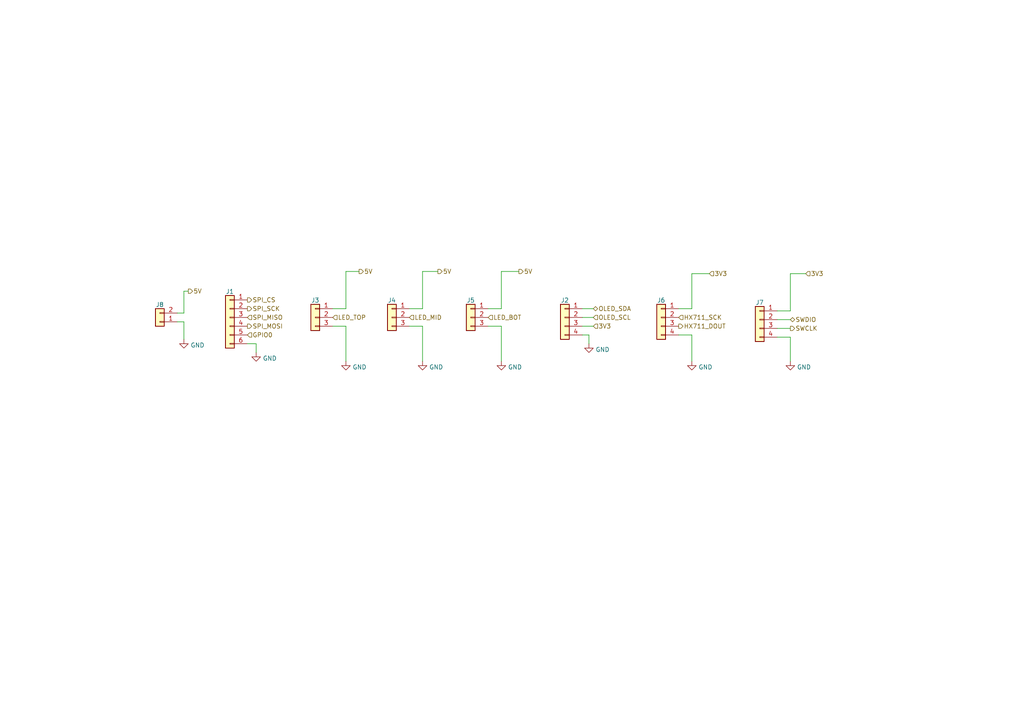
<source format=kicad_sch>
(kicad_sch (version 20211123) (generator eeschema)

  (uuid 4f522173-584a-4a89-9991-b6b468f61284)

  (paper "A4")

  (lib_symbols
    (symbol "Connector_Generic:Conn_01x02" (pin_names (offset 1.016) hide) (in_bom yes) (on_board yes)
      (property "Reference" "J" (id 0) (at 0 2.54 0)
        (effects (font (size 1.27 1.27)))
      )
      (property "Value" "Conn_01x02" (id 1) (at 0 -5.08 0)
        (effects (font (size 1.27 1.27)))
      )
      (property "Footprint" "" (id 2) (at 0 0 0)
        (effects (font (size 1.27 1.27)) hide)
      )
      (property "Datasheet" "~" (id 3) (at 0 0 0)
        (effects (font (size 1.27 1.27)) hide)
      )
      (property "ki_keywords" "connector" (id 4) (at 0 0 0)
        (effects (font (size 1.27 1.27)) hide)
      )
      (property "ki_description" "Generic connector, single row, 01x02, script generated (kicad-library-utils/schlib/autogen/connector/)" (id 5) (at 0 0 0)
        (effects (font (size 1.27 1.27)) hide)
      )
      (property "ki_fp_filters" "Connector*:*_1x??_*" (id 6) (at 0 0 0)
        (effects (font (size 1.27 1.27)) hide)
      )
      (symbol "Conn_01x02_1_1"
        (rectangle (start -1.27 -2.413) (end 0 -2.667)
          (stroke (width 0.1524) (type default) (color 0 0 0 0))
          (fill (type none))
        )
        (rectangle (start -1.27 0.127) (end 0 -0.127)
          (stroke (width 0.1524) (type default) (color 0 0 0 0))
          (fill (type none))
        )
        (rectangle (start -1.27 1.27) (end 1.27 -3.81)
          (stroke (width 0.254) (type default) (color 0 0 0 0))
          (fill (type background))
        )
        (pin passive line (at -5.08 0 0) (length 3.81)
          (name "Pin_1" (effects (font (size 1.27 1.27))))
          (number "1" (effects (font (size 1.27 1.27))))
        )
        (pin passive line (at -5.08 -2.54 0) (length 3.81)
          (name "Pin_2" (effects (font (size 1.27 1.27))))
          (number "2" (effects (font (size 1.27 1.27))))
        )
      )
    )
    (symbol "Connector_Generic:Conn_01x03" (pin_names (offset 1.016) hide) (in_bom yes) (on_board yes)
      (property "Reference" "J" (id 0) (at 0 5.08 0)
        (effects (font (size 1.27 1.27)))
      )
      (property "Value" "Conn_01x03" (id 1) (at 0 -5.08 0)
        (effects (font (size 1.27 1.27)))
      )
      (property "Footprint" "" (id 2) (at 0 0 0)
        (effects (font (size 1.27 1.27)) hide)
      )
      (property "Datasheet" "~" (id 3) (at 0 0 0)
        (effects (font (size 1.27 1.27)) hide)
      )
      (property "ki_keywords" "connector" (id 4) (at 0 0 0)
        (effects (font (size 1.27 1.27)) hide)
      )
      (property "ki_description" "Generic connector, single row, 01x03, script generated (kicad-library-utils/schlib/autogen/connector/)" (id 5) (at 0 0 0)
        (effects (font (size 1.27 1.27)) hide)
      )
      (property "ki_fp_filters" "Connector*:*_1x??_*" (id 6) (at 0 0 0)
        (effects (font (size 1.27 1.27)) hide)
      )
      (symbol "Conn_01x03_1_1"
        (rectangle (start -1.27 -2.413) (end 0 -2.667)
          (stroke (width 0.1524) (type default) (color 0 0 0 0))
          (fill (type none))
        )
        (rectangle (start -1.27 0.127) (end 0 -0.127)
          (stroke (width 0.1524) (type default) (color 0 0 0 0))
          (fill (type none))
        )
        (rectangle (start -1.27 2.667) (end 0 2.413)
          (stroke (width 0.1524) (type default) (color 0 0 0 0))
          (fill (type none))
        )
        (rectangle (start -1.27 3.81) (end 1.27 -3.81)
          (stroke (width 0.254) (type default) (color 0 0 0 0))
          (fill (type background))
        )
        (pin passive line (at -5.08 2.54 0) (length 3.81)
          (name "Pin_1" (effects (font (size 1.27 1.27))))
          (number "1" (effects (font (size 1.27 1.27))))
        )
        (pin passive line (at -5.08 0 0) (length 3.81)
          (name "Pin_2" (effects (font (size 1.27 1.27))))
          (number "2" (effects (font (size 1.27 1.27))))
        )
        (pin passive line (at -5.08 -2.54 0) (length 3.81)
          (name "Pin_3" (effects (font (size 1.27 1.27))))
          (number "3" (effects (font (size 1.27 1.27))))
        )
      )
    )
    (symbol "Connector_Generic:Conn_01x04" (pin_names (offset 1.016) hide) (in_bom yes) (on_board yes)
      (property "Reference" "J" (id 0) (at 0 5.08 0)
        (effects (font (size 1.27 1.27)))
      )
      (property "Value" "Conn_01x04" (id 1) (at 0 -7.62 0)
        (effects (font (size 1.27 1.27)))
      )
      (property "Footprint" "" (id 2) (at 0 0 0)
        (effects (font (size 1.27 1.27)) hide)
      )
      (property "Datasheet" "~" (id 3) (at 0 0 0)
        (effects (font (size 1.27 1.27)) hide)
      )
      (property "ki_keywords" "connector" (id 4) (at 0 0 0)
        (effects (font (size 1.27 1.27)) hide)
      )
      (property "ki_description" "Generic connector, single row, 01x04, script generated (kicad-library-utils/schlib/autogen/connector/)" (id 5) (at 0 0 0)
        (effects (font (size 1.27 1.27)) hide)
      )
      (property "ki_fp_filters" "Connector*:*_1x??_*" (id 6) (at 0 0 0)
        (effects (font (size 1.27 1.27)) hide)
      )
      (symbol "Conn_01x04_1_1"
        (rectangle (start -1.27 -4.953) (end 0 -5.207)
          (stroke (width 0.1524) (type default) (color 0 0 0 0))
          (fill (type none))
        )
        (rectangle (start -1.27 -2.413) (end 0 -2.667)
          (stroke (width 0.1524) (type default) (color 0 0 0 0))
          (fill (type none))
        )
        (rectangle (start -1.27 0.127) (end 0 -0.127)
          (stroke (width 0.1524) (type default) (color 0 0 0 0))
          (fill (type none))
        )
        (rectangle (start -1.27 2.667) (end 0 2.413)
          (stroke (width 0.1524) (type default) (color 0 0 0 0))
          (fill (type none))
        )
        (rectangle (start -1.27 3.81) (end 1.27 -6.35)
          (stroke (width 0.254) (type default) (color 0 0 0 0))
          (fill (type background))
        )
        (pin passive line (at -5.08 2.54 0) (length 3.81)
          (name "Pin_1" (effects (font (size 1.27 1.27))))
          (number "1" (effects (font (size 1.27 1.27))))
        )
        (pin passive line (at -5.08 0 0) (length 3.81)
          (name "Pin_2" (effects (font (size 1.27 1.27))))
          (number "2" (effects (font (size 1.27 1.27))))
        )
        (pin passive line (at -5.08 -2.54 0) (length 3.81)
          (name "Pin_3" (effects (font (size 1.27 1.27))))
          (number "3" (effects (font (size 1.27 1.27))))
        )
        (pin passive line (at -5.08 -5.08 0) (length 3.81)
          (name "Pin_4" (effects (font (size 1.27 1.27))))
          (number "4" (effects (font (size 1.27 1.27))))
        )
      )
    )
    (symbol "Connector_Generic:Conn_01x06" (pin_names (offset 1.016) hide) (in_bom yes) (on_board yes)
      (property "Reference" "J" (id 0) (at 0 7.62 0)
        (effects (font (size 1.27 1.27)))
      )
      (property "Value" "Conn_01x06" (id 1) (at 0 -10.16 0)
        (effects (font (size 1.27 1.27)))
      )
      (property "Footprint" "" (id 2) (at 0 0 0)
        (effects (font (size 1.27 1.27)) hide)
      )
      (property "Datasheet" "~" (id 3) (at 0 0 0)
        (effects (font (size 1.27 1.27)) hide)
      )
      (property "ki_keywords" "connector" (id 4) (at 0 0 0)
        (effects (font (size 1.27 1.27)) hide)
      )
      (property "ki_description" "Generic connector, single row, 01x06, script generated (kicad-library-utils/schlib/autogen/connector/)" (id 5) (at 0 0 0)
        (effects (font (size 1.27 1.27)) hide)
      )
      (property "ki_fp_filters" "Connector*:*_1x??_*" (id 6) (at 0 0 0)
        (effects (font (size 1.27 1.27)) hide)
      )
      (symbol "Conn_01x06_1_1"
        (rectangle (start -1.27 -7.493) (end 0 -7.747)
          (stroke (width 0.1524) (type default) (color 0 0 0 0))
          (fill (type none))
        )
        (rectangle (start -1.27 -4.953) (end 0 -5.207)
          (stroke (width 0.1524) (type default) (color 0 0 0 0))
          (fill (type none))
        )
        (rectangle (start -1.27 -2.413) (end 0 -2.667)
          (stroke (width 0.1524) (type default) (color 0 0 0 0))
          (fill (type none))
        )
        (rectangle (start -1.27 0.127) (end 0 -0.127)
          (stroke (width 0.1524) (type default) (color 0 0 0 0))
          (fill (type none))
        )
        (rectangle (start -1.27 2.667) (end 0 2.413)
          (stroke (width 0.1524) (type default) (color 0 0 0 0))
          (fill (type none))
        )
        (rectangle (start -1.27 5.207) (end 0 4.953)
          (stroke (width 0.1524) (type default) (color 0 0 0 0))
          (fill (type none))
        )
        (rectangle (start -1.27 6.35) (end 1.27 -8.89)
          (stroke (width 0.254) (type default) (color 0 0 0 0))
          (fill (type background))
        )
        (pin passive line (at -5.08 5.08 0) (length 3.81)
          (name "Pin_1" (effects (font (size 1.27 1.27))))
          (number "1" (effects (font (size 1.27 1.27))))
        )
        (pin passive line (at -5.08 2.54 0) (length 3.81)
          (name "Pin_2" (effects (font (size 1.27 1.27))))
          (number "2" (effects (font (size 1.27 1.27))))
        )
        (pin passive line (at -5.08 0 0) (length 3.81)
          (name "Pin_3" (effects (font (size 1.27 1.27))))
          (number "3" (effects (font (size 1.27 1.27))))
        )
        (pin passive line (at -5.08 -2.54 0) (length 3.81)
          (name "Pin_4" (effects (font (size 1.27 1.27))))
          (number "4" (effects (font (size 1.27 1.27))))
        )
        (pin passive line (at -5.08 -5.08 0) (length 3.81)
          (name "Pin_5" (effects (font (size 1.27 1.27))))
          (number "5" (effects (font (size 1.27 1.27))))
        )
        (pin passive line (at -5.08 -7.62 0) (length 3.81)
          (name "Pin_6" (effects (font (size 1.27 1.27))))
          (number "6" (effects (font (size 1.27 1.27))))
        )
      )
    )
    (symbol "power:GND" (power) (pin_names (offset 0)) (in_bom yes) (on_board yes)
      (property "Reference" "#PWR" (id 0) (at 0 -6.35 0)
        (effects (font (size 1.27 1.27)) hide)
      )
      (property "Value" "GND" (id 1) (at 0 -3.81 0)
        (effects (font (size 1.27 1.27)))
      )
      (property "Footprint" "" (id 2) (at 0 0 0)
        (effects (font (size 1.27 1.27)) hide)
      )
      (property "Datasheet" "" (id 3) (at 0 0 0)
        (effects (font (size 1.27 1.27)) hide)
      )
      (property "ki_keywords" "power-flag" (id 4) (at 0 0 0)
        (effects (font (size 1.27 1.27)) hide)
      )
      (property "ki_description" "Power symbol creates a global label with name \"GND\" , ground" (id 5) (at 0 0 0)
        (effects (font (size 1.27 1.27)) hide)
      )
      (symbol "GND_0_1"
        (polyline
          (pts
            (xy 0 0)
            (xy 0 -1.27)
            (xy 1.27 -1.27)
            (xy 0 -2.54)
            (xy -1.27 -1.27)
            (xy 0 -1.27)
          )
          (stroke (width 0) (type default) (color 0 0 0 0))
          (fill (type none))
        )
      )
      (symbol "GND_1_1"
        (pin power_in line (at 0 0 270) (length 0) hide
          (name "GND" (effects (font (size 1.27 1.27))))
          (number "1" (effects (font (size 1.27 1.27))))
        )
      )
    )
  )


  (wire (pts (xy 122.555 94.615) (xy 118.745 94.615))
    (stroke (width 0) (type default) (color 0 0 0 0))
    (uuid 0350be38-253c-43fa-aea3-dfcf66800e6f)
  )
  (wire (pts (xy 225.425 92.71) (xy 229.235 92.71))
    (stroke (width 0) (type default) (color 0 0 0 0))
    (uuid 0653b2df-424e-4095-8e96-a2390a6abdef)
  )
  (wire (pts (xy 100.33 78.74) (xy 104.14 78.74))
    (stroke (width 0) (type default) (color 0 0 0 0))
    (uuid 0e768331-0444-4291-9bad-c4af88fbef7b)
  )
  (wire (pts (xy 74.295 102.235) (xy 74.295 99.695))
    (stroke (width 0) (type default) (color 0 0 0 0))
    (uuid 17332c66-1200-4837-b5b5-435f263ca52b)
  )
  (wire (pts (xy 145.415 94.615) (xy 141.605 94.615))
    (stroke (width 0) (type default) (color 0 0 0 0))
    (uuid 1ae098a9-b662-4f41-af35-3b43b5dc357f)
  )
  (wire (pts (xy 122.555 78.74) (xy 127 78.74))
    (stroke (width 0) (type default) (color 0 0 0 0))
    (uuid 206451c8-98fa-4b3a-a205-d3e90c008a27)
  )
  (wire (pts (xy 170.815 97.155) (xy 168.91 97.155))
    (stroke (width 0) (type default) (color 0 0 0 0))
    (uuid 2af268e2-1fb8-49ed-8dcd-477ec691571f)
  )
  (wire (pts (xy 100.33 78.74) (xy 100.33 89.535))
    (stroke (width 0) (type default) (color 0 0 0 0))
    (uuid 2f421044-2b61-4fa8-8013-2d43089599b1)
  )
  (wire (pts (xy 100.33 94.615) (xy 96.52 94.615))
    (stroke (width 0) (type default) (color 0 0 0 0))
    (uuid 2f7ca45b-e102-4673-817e-ec611ed4f422)
  )
  (wire (pts (xy 51.435 90.805) (xy 53.34 90.805))
    (stroke (width 0) (type default) (color 0 0 0 0))
    (uuid 31f02304-c2eb-434a-aaa1-daae47b0141b)
  )
  (wire (pts (xy 122.555 78.74) (xy 122.555 89.535))
    (stroke (width 0) (type default) (color 0 0 0 0))
    (uuid 352f0410-166a-4adc-898a-32d5da5e68a9)
  )
  (wire (pts (xy 100.33 89.535) (xy 96.52 89.535))
    (stroke (width 0) (type default) (color 0 0 0 0))
    (uuid 40e32c06-acd3-421d-932f-c52b731cc0df)
  )
  (wire (pts (xy 100.33 104.775) (xy 100.33 94.615))
    (stroke (width 0) (type default) (color 0 0 0 0))
    (uuid 49244634-a2ae-4bd0-9e08-0c06f1ac62a0)
  )
  (wire (pts (xy 170.815 99.695) (xy 170.815 97.155))
    (stroke (width 0) (type default) (color 0 0 0 0))
    (uuid 57ddf8e5-9ade-40e7-9de1-014b86a58dad)
  )
  (wire (pts (xy 122.555 104.775) (xy 122.555 94.615))
    (stroke (width 0) (type default) (color 0 0 0 0))
    (uuid 57fac4fa-fb3f-4571-bbb8-4ed25bd8a10e)
  )
  (wire (pts (xy 200.66 104.775) (xy 200.66 97.155))
    (stroke (width 0) (type default) (color 0 0 0 0))
    (uuid 78c86276-7305-4d3b-97f8-ee15f0846ec2)
  )
  (wire (pts (xy 168.91 94.615) (xy 172.085 94.615))
    (stroke (width 0) (type default) (color 0 0 0 0))
    (uuid 7b744e4b-c36d-437b-ad8e-f2dfe1598b6b)
  )
  (wire (pts (xy 200.66 79.375) (xy 200.66 89.535))
    (stroke (width 0) (type default) (color 0 0 0 0))
    (uuid 83002ffb-a422-4295-b83c-adcc221c0bf3)
  )
  (wire (pts (xy 229.235 104.775) (xy 229.235 97.79))
    (stroke (width 0) (type default) (color 0 0 0 0))
    (uuid 896c3880-45a1-4d96-9cdd-e448bffa03bd)
  )
  (wire (pts (xy 53.34 98.425) (xy 53.34 93.345))
    (stroke (width 0) (type default) (color 0 0 0 0))
    (uuid 8b2e0d20-e493-4d8d-9c5d-1de46936e270)
  )
  (wire (pts (xy 122.555 89.535) (xy 118.745 89.535))
    (stroke (width 0) (type default) (color 0 0 0 0))
    (uuid 8c30b928-3bee-49f6-9039-aca118a4b074)
  )
  (wire (pts (xy 145.415 104.775) (xy 145.415 94.615))
    (stroke (width 0) (type default) (color 0 0 0 0))
    (uuid 8e8dfe35-9172-4e0b-b5ca-417b385ff395)
  )
  (wire (pts (xy 225.425 95.25) (xy 229.235 95.25))
    (stroke (width 0) (type default) (color 0 0 0 0))
    (uuid 93749d84-462b-42f8-aa6d-25d3da124ac9)
  )
  (wire (pts (xy 53.34 93.345) (xy 51.435 93.345))
    (stroke (width 0) (type default) (color 0 0 0 0))
    (uuid a29c5ecf-bb15-4c38-af84-0da3dc0e3881)
  )
  (wire (pts (xy 233.68 79.375) (xy 229.235 79.375))
    (stroke (width 0) (type default) (color 0 0 0 0))
    (uuid a5a49009-bb05-468f-a61c-c018061508fd)
  )
  (wire (pts (xy 54.61 84.455) (xy 53.34 84.455))
    (stroke (width 0) (type default) (color 0 0 0 0))
    (uuid a64a04a9-2c48-41ff-bcf5-712024d8db7b)
  )
  (wire (pts (xy 53.34 84.455) (xy 53.34 90.805))
    (stroke (width 0) (type default) (color 0 0 0 0))
    (uuid a6f86ea7-27fa-4e47-884f-72b2c20f10e1)
  )
  (wire (pts (xy 229.235 97.79) (xy 225.425 97.79))
    (stroke (width 0) (type default) (color 0 0 0 0))
    (uuid a738b792-2f9b-49b3-9440-19a50580ab2e)
  )
  (wire (pts (xy 74.295 99.695) (xy 71.755 99.695))
    (stroke (width 0) (type default) (color 0 0 0 0))
    (uuid aa6aa3d9-5770-4ba1-84cb-c4945126afa3)
  )
  (wire (pts (xy 145.415 78.74) (xy 150.495 78.74))
    (stroke (width 0) (type default) (color 0 0 0 0))
    (uuid ac55355f-ed9c-4c92-95cf-4124b08abc78)
  )
  (wire (pts (xy 168.91 92.075) (xy 172.085 92.075))
    (stroke (width 0) (type default) (color 0 0 0 0))
    (uuid b31e9ed3-10c9-4bd7-9b7e-dea54eb9119e)
  )
  (wire (pts (xy 145.415 89.535) (xy 141.605 89.535))
    (stroke (width 0) (type default) (color 0 0 0 0))
    (uuid cb1d607c-d02d-4890-b858-ad8894c5aaff)
  )
  (wire (pts (xy 145.415 78.74) (xy 145.415 89.535))
    (stroke (width 0) (type default) (color 0 0 0 0))
    (uuid d0b29d5f-bc74-4c42-90b3-88babfd3c829)
  )
  (wire (pts (xy 200.66 89.535) (xy 196.85 89.535))
    (stroke (width 0) (type default) (color 0 0 0 0))
    (uuid d8f70bd5-89a9-4624-8d54-b2def6041028)
  )
  (wire (pts (xy 229.235 90.17) (xy 225.425 90.17))
    (stroke (width 0) (type default) (color 0 0 0 0))
    (uuid e5ea4133-64d9-4e88-b3d4-9fc51b2db895)
  )
  (wire (pts (xy 168.91 89.535) (xy 172.085 89.535))
    (stroke (width 0) (type default) (color 0 0 0 0))
    (uuid f3b990fb-db08-469c-9ed3-503108d00331)
  )
  (wire (pts (xy 229.235 79.375) (xy 229.235 90.17))
    (stroke (width 0) (type default) (color 0 0 0 0))
    (uuid f7220ec3-8f95-47a8-b5c2-951cda9599f9)
  )
  (wire (pts (xy 200.66 97.155) (xy 196.85 97.155))
    (stroke (width 0) (type default) (color 0 0 0 0))
    (uuid fa7dc172-ff79-40d7-9d1d-343723942ac1)
  )
  (wire (pts (xy 205.74 79.375) (xy 200.66 79.375))
    (stroke (width 0) (type default) (color 0 0 0 0))
    (uuid fea63dbd-7c06-4b11-a206-2c43e2649b54)
  )

  (hierarchical_label "5V" (shape output) (at 104.14 78.74 0)
    (effects (font (size 1.27 1.27)) (justify left))
    (uuid 0ddda49f-8770-4aaf-86ed-56871eb94473)
  )
  (hierarchical_label "3V3" (shape input) (at 233.68 79.375 0)
    (effects (font (size 1.27 1.27)) (justify left))
    (uuid 0de42c11-239b-43db-adb6-e582abfc5e56)
  )
  (hierarchical_label "GPIO0" (shape input) (at 71.755 97.155 0)
    (effects (font (size 1.27 1.27)) (justify left))
    (uuid 1367e45f-097e-425b-b691-50bf609a6c45)
  )
  (hierarchical_label "SWDIO" (shape bidirectional) (at 229.235 92.71 0)
    (effects (font (size 1.27 1.27)) (justify left))
    (uuid 34bbdecf-7823-44c8-a396-509e0e245764)
  )
  (hierarchical_label "OLED_SDA" (shape bidirectional) (at 172.085 89.535 0)
    (effects (font (size 1.27 1.27)) (justify left))
    (uuid 369b6607-4b24-4dee-ac66-ae973e49a19e)
  )
  (hierarchical_label "SPI_SCK" (shape output) (at 71.755 89.535 0)
    (effects (font (size 1.27 1.27)) (justify left))
    (uuid 3b369e9f-24d6-4a87-a52e-595779307457)
  )
  (hierarchical_label "SWCLK" (shape output) (at 229.235 95.25 0)
    (effects (font (size 1.27 1.27)) (justify left))
    (uuid 4e7e2ca5-232b-4903-acaa-ea7c21454cc1)
  )
  (hierarchical_label "3V3" (shape input) (at 172.085 94.615 0)
    (effects (font (size 1.27 1.27)) (justify left))
    (uuid 54e57089-52cb-4c81-91ef-112d3b3c0dc8)
  )
  (hierarchical_label "3V3" (shape input) (at 205.74 79.375 0)
    (effects (font (size 1.27 1.27)) (justify left))
    (uuid 89b6513d-5857-4848-8a03-b1eb0cf48523)
  )
  (hierarchical_label "5V" (shape output) (at 150.495 78.74 0)
    (effects (font (size 1.27 1.27)) (justify left))
    (uuid 8eaf4afd-e6ed-4aaf-9066-b90b308d1928)
  )
  (hierarchical_label "SPI_MISO" (shape input) (at 71.755 92.075 0)
    (effects (font (size 1.27 1.27)) (justify left))
    (uuid 9e0e52c8-8abf-41a9-9a92-b500829a75df)
  )
  (hierarchical_label "SPI_CS" (shape output) (at 71.755 86.995 0)
    (effects (font (size 1.27 1.27)) (justify left))
    (uuid 9fe9004b-1efa-46f8-b45c-901080cd1684)
  )
  (hierarchical_label "5V" (shape output) (at 127 78.74 0)
    (effects (font (size 1.27 1.27)) (justify left))
    (uuid a3d7ae37-f3ce-44ab-a271-667279a4f6fa)
  )
  (hierarchical_label "5V" (shape output) (at 54.61 84.455 0)
    (effects (font (size 1.27 1.27)) (justify left))
    (uuid a72d464d-feb4-46d9-9a38-7f7c10c63955)
  )
  (hierarchical_label "HX711_DOUT" (shape output) (at 196.85 94.615 0)
    (effects (font (size 1.27 1.27)) (justify left))
    (uuid b406b2f1-bc26-46f8-be2e-33bbe7c6b2da)
  )
  (hierarchical_label "LED_TOP" (shape input) (at 96.52 92.075 0)
    (effects (font (size 1.27 1.27)) (justify left))
    (uuid b48bb660-2cd4-43db-a6c8-ecc57909cb8d)
  )
  (hierarchical_label "LED_MID" (shape input) (at 118.745 92.075 0)
    (effects (font (size 1.27 1.27)) (justify left))
    (uuid b6761f7b-8716-4ec5-8829-77081a746611)
  )
  (hierarchical_label "LED_BOT" (shape input) (at 141.605 92.075 0)
    (effects (font (size 1.27 1.27)) (justify left))
    (uuid bd56312e-c2a4-42b5-9c62-71b7836d172b)
  )
  (hierarchical_label "SPI_MOSI" (shape output) (at 71.755 94.615 0)
    (effects (font (size 1.27 1.27)) (justify left))
    (uuid cd3e01a9-4083-485c-9824-ec213739f898)
  )
  (hierarchical_label "OLED_SCL" (shape input) (at 172.085 92.075 0)
    (effects (font (size 1.27 1.27)) (justify left))
    (uuid d1ef0679-f911-47b1-ad75-f572af21a2de)
  )
  (hierarchical_label "HX711_SCK" (shape input) (at 196.85 92.075 0)
    (effects (font (size 1.27 1.27)) (justify left))
    (uuid e3f54a24-131e-48a1-8604-87f26dbaab03)
  )

  (symbol (lib_id "power:GND") (at 200.66 104.775 0) (unit 1)
    (in_bom yes) (on_board yes) (fields_autoplaced)
    (uuid 00d27946-06cc-4349-bc58-18d5e8b7b298)
    (property "Reference" "#PWR011" (id 0) (at 200.66 111.125 0)
      (effects (font (size 1.27 1.27)) hide)
    )
    (property "Value" "GND" (id 1) (at 202.565 106.4788 0)
      (effects (font (size 1.27 1.27)) (justify left))
    )
    (property "Footprint" "" (id 2) (at 200.66 104.775 0)
      (effects (font (size 1.27 1.27)) hide)
    )
    (property "Datasheet" "" (id 3) (at 200.66 104.775 0)
      (effects (font (size 1.27 1.27)) hide)
    )
    (pin "1" (uuid c5d456dc-b9d2-4106-8523-8d1eebd93dbf))
  )

  (symbol (lib_id "power:GND") (at 170.815 99.695 0) (unit 1)
    (in_bom yes) (on_board yes) (fields_autoplaced)
    (uuid 0ab11e46-f2eb-4768-97aa-13b09f7ab709)
    (property "Reference" "#PWR09" (id 0) (at 170.815 106.045 0)
      (effects (font (size 1.27 1.27)) hide)
    )
    (property "Value" "GND" (id 1) (at 172.72 101.3988 0)
      (effects (font (size 1.27 1.27)) (justify left))
    )
    (property "Footprint" "" (id 2) (at 170.815 99.695 0)
      (effects (font (size 1.27 1.27)) hide)
    )
    (property "Datasheet" "" (id 3) (at 170.815 99.695 0)
      (effects (font (size 1.27 1.27)) hide)
    )
    (pin "1" (uuid fb5f4577-33ac-4802-aa69-6970016144a4))
  )

  (symbol (lib_id "Connector_Generic:Conn_01x04") (at 220.345 92.71 0) (mirror y) (unit 1)
    (in_bom yes) (on_board yes) (fields_autoplaced)
    (uuid 0fbfc992-ffbb-41d2-93b4-a85cb849e7e1)
    (property "Reference" "J7" (id 0) (at 220.345 87.7372 0))
    (property "Value" "Conn_01x04" (id 1) (at 220.345 87.7371 0)
      (effects (font (size 1.27 1.27)) hide)
    )
    (property "Footprint" "Connector_JST:JST_GH_SM04B-GHS-TB_1x04-1MP_P1.25mm_Horizontal" (id 2) (at 220.345 92.71 0)
      (effects (font (size 1.27 1.27)) hide)
    )
    (property "Datasheet" "~" (id 3) (at 220.345 92.71 0)
      (effects (font (size 1.27 1.27)) hide)
    )
    (pin "1" (uuid 0368b002-e497-4940-bb1a-997b88c0b273))
    (pin "2" (uuid b2b686c7-ec2c-4ab5-b76d-e62c4a13cb3a))
    (pin "3" (uuid 0f1739e1-1c41-4437-81cc-0a3be10e70ab))
    (pin "4" (uuid 718ddd74-a70d-47f1-982a-05cdc8dfe31b))
  )

  (symbol (lib_id "power:GND") (at 229.235 104.775 0) (unit 1)
    (in_bom yes) (on_board yes) (fields_autoplaced)
    (uuid 2de21dca-1e1d-4bc7-bca1-e5f4c9996359)
    (property "Reference" "#PWR012" (id 0) (at 229.235 111.125 0)
      (effects (font (size 1.27 1.27)) hide)
    )
    (property "Value" "GND" (id 1) (at 231.14 106.4788 0)
      (effects (font (size 1.27 1.27)) (justify left))
    )
    (property "Footprint" "" (id 2) (at 229.235 104.775 0)
      (effects (font (size 1.27 1.27)) hide)
    )
    (property "Datasheet" "" (id 3) (at 229.235 104.775 0)
      (effects (font (size 1.27 1.27)) hide)
    )
    (pin "1" (uuid 40bd591c-2881-4450-83b1-343ab3f5f3c8))
  )

  (symbol (lib_id "Connector_Generic:Conn_01x06") (at 66.675 92.075 0) (mirror y) (unit 1)
    (in_bom yes) (on_board yes) (fields_autoplaced)
    (uuid 515189cf-0627-447a-83da-403f540758e8)
    (property "Reference" "J1" (id 0) (at 66.675 84.5622 0))
    (property "Value" "Conn_01x06" (id 1) (at 66.675 84.5621 0)
      (effects (font (size 1.27 1.27)) hide)
    )
    (property "Footprint" "Connector_JST:JST_GH_SM06B-GHS-TB_1x06-1MP_P1.25mm_Horizontal" (id 2) (at 66.675 92.075 0)
      (effects (font (size 1.27 1.27)) hide)
    )
    (property "Datasheet" "~" (id 3) (at 66.675 92.075 0)
      (effects (font (size 1.27 1.27)) hide)
    )
    (pin "1" (uuid 8ee0230d-bf8b-4c9f-b2a5-219d5aa18cf1))
    (pin "2" (uuid 9dbec075-c1c1-4cc8-96f9-c4d5fac83713))
    (pin "3" (uuid 4a4a1123-3ec4-44a7-b0e0-baf8338a3b28))
    (pin "4" (uuid 8634ff00-0a92-4435-bd3c-a4e364106e62))
    (pin "5" (uuid 3cad18f3-b79c-4410-8678-6a64b0a547b4))
    (pin "6" (uuid 8c631a02-f1b6-48b2-8080-fb695d1a5a33))
  )

  (symbol (lib_id "Connector_Generic:Conn_01x03") (at 136.525 92.075 0) (mirror y) (unit 1)
    (in_bom yes) (on_board yes) (fields_autoplaced)
    (uuid 52a3d9fd-28b5-4e5f-ad88-bdad76b10b99)
    (property "Reference" "J5" (id 0) (at 136.525 87.1022 0))
    (property "Value" "Conn_01x03" (id 1) (at 136.525 87.1021 0)
      (effects (font (size 1.27 1.27)) hide)
    )
    (property "Footprint" "Connector_PinHeader_2.54mm:PinHeader_1x03_P2.54mm_Vertical" (id 2) (at 136.525 92.075 0)
      (effects (font (size 1.27 1.27)) hide)
    )
    (property "Datasheet" "~" (id 3) (at 136.525 92.075 0)
      (effects (font (size 1.27 1.27)) hide)
    )
    (pin "1" (uuid ca341c54-190e-4033-ab86-c81e0a34d817))
    (pin "2" (uuid 181d5ee4-924c-43b2-8d3b-4a0bf9241ef1))
    (pin "3" (uuid 5bdb0876-8bb7-45a2-a3d5-7d46d6be058a))
  )

  (symbol (lib_id "power:GND") (at 122.555 104.775 0) (unit 1)
    (in_bom yes) (on_board yes) (fields_autoplaced)
    (uuid 59d474dd-a6fa-43d7-9ec7-d525c9b16b6b)
    (property "Reference" "#PWR019" (id 0) (at 122.555 111.125 0)
      (effects (font (size 1.27 1.27)) hide)
    )
    (property "Value" "GND" (id 1) (at 124.46 106.4788 0)
      (effects (font (size 1.27 1.27)) (justify left))
    )
    (property "Footprint" "" (id 2) (at 122.555 104.775 0)
      (effects (font (size 1.27 1.27)) hide)
    )
    (property "Datasheet" "" (id 3) (at 122.555 104.775 0)
      (effects (font (size 1.27 1.27)) hide)
    )
    (pin "1" (uuid f6970e1d-c292-45a0-8295-f3808f3ad734))
  )

  (symbol (lib_id "Connector_Generic:Conn_01x04") (at 191.77 92.075 0) (mirror y) (unit 1)
    (in_bom yes) (on_board yes) (fields_autoplaced)
    (uuid 6ca19cb4-5f0e-4a44-9dc1-073c936f273f)
    (property "Reference" "J6" (id 0) (at 191.77 87.1022 0))
    (property "Value" "Conn_01x04" (id 1) (at 191.77 87.1021 0)
      (effects (font (size 1.27 1.27)) hide)
    )
    (property "Footprint" "Connector_PinHeader_2.54mm:PinHeader_1x04_P2.54mm_Vertical" (id 2) (at 191.77 92.075 0)
      (effects (font (size 1.27 1.27)) hide)
    )
    (property "Datasheet" "~" (id 3) (at 191.77 92.075 0)
      (effects (font (size 1.27 1.27)) hide)
    )
    (pin "1" (uuid d5007ee6-9f24-4cea-88ae-ea338152c2ae))
    (pin "2" (uuid e2a06c25-40de-4124-a1cd-b0c46c5a2def))
    (pin "3" (uuid 99131d59-4528-4d01-b618-6a08eab14dfa))
    (pin "4" (uuid 1faf6f9d-8a64-4e54-be65-5aa34ea0b519))
  )

  (symbol (lib_id "Connector_Generic:Conn_01x04") (at 163.83 92.075 0) (mirror y) (unit 1)
    (in_bom yes) (on_board yes) (fields_autoplaced)
    (uuid 8b1ff760-9b5c-4f82-a7ab-58541a0b2795)
    (property "Reference" "J2" (id 0) (at 163.83 87.1022 0))
    (property "Value" "Conn_01x04" (id 1) (at 163.83 87.1021 0)
      (effects (font (size 1.27 1.27)) hide)
    )
    (property "Footprint" "Connector_PinHeader_2.54mm:PinHeader_1x04_P2.54mm_Vertical" (id 2) (at 163.83 92.075 0)
      (effects (font (size 1.27 1.27)) hide)
    )
    (property "Datasheet" "~" (id 3) (at 163.83 92.075 0)
      (effects (font (size 1.27 1.27)) hide)
    )
    (pin "1" (uuid 8ae24552-3c9d-4c34-a7fa-7afbeed4f5e1))
    (pin "2" (uuid b44178f1-cf96-43f2-b43c-eec393608fe7))
    (pin "3" (uuid 31a7aa0f-7552-448f-966c-902404f4174c))
    (pin "4" (uuid 4c88c25f-ea7a-469d-8f07-a9841240cb2f))
  )

  (symbol (lib_id "Connector_Generic:Conn_01x02") (at 46.355 93.345 180) (unit 1)
    (in_bom yes) (on_board yes) (fields_autoplaced)
    (uuid 904cee1a-2c37-4a7f-a085-37278836e2b5)
    (property "Reference" "J8" (id 0) (at 46.355 88.3722 0))
    (property "Value" "Conn_01x02" (id 1) (at 46.355 88.3721 0)
      (effects (font (size 1.27 1.27)) hide)
    )
    (property "Footprint" "Connector_AMASS:AMASS_XT30PW-M_1x02_P2.50mm_Horizontal" (id 2) (at 46.355 93.345 0)
      (effects (font (size 1.27 1.27)) hide)
    )
    (property "Datasheet" "~" (id 3) (at 46.355 93.345 0)
      (effects (font (size 1.27 1.27)) hide)
    )
    (pin "1" (uuid 84025da0-4e9e-4ee9-b707-95aa0684065c))
    (pin "2" (uuid f6798cde-c496-48ce-a943-3c2a2e6166ba))
  )

  (symbol (lib_id "Connector_Generic:Conn_01x03") (at 91.44 92.075 0) (mirror y) (unit 1)
    (in_bom yes) (on_board yes) (fields_autoplaced)
    (uuid 9b175465-7770-49a0-9919-a02fc61f977a)
    (property "Reference" "J3" (id 0) (at 91.44 87.1022 0))
    (property "Value" "Conn_01x03" (id 1) (at 91.44 87.1021 0)
      (effects (font (size 1.27 1.27)) hide)
    )
    (property "Footprint" "Connector_PinHeader_2.54mm:PinHeader_1x03_P2.54mm_Vertical" (id 2) (at 91.44 92.075 0)
      (effects (font (size 1.27 1.27)) hide)
    )
    (property "Datasheet" "~" (id 3) (at 91.44 92.075 0)
      (effects (font (size 1.27 1.27)) hide)
    )
    (pin "1" (uuid b9ec9507-9a02-4e25-8b2b-a6f9107fd67d))
    (pin "2" (uuid d2d7ea17-5500-42d9-9618-7acf2eb7da7b))
    (pin "3" (uuid fd46230c-2527-4e8a-b407-53e587b2a631))
  )

  (symbol (lib_id "power:GND") (at 53.34 98.425 0) (unit 1)
    (in_bom yes) (on_board yes) (fields_autoplaced)
    (uuid 9f047369-3e3a-4c1d-b590-d3cb28d4bc7a)
    (property "Reference" "#PWR08" (id 0) (at 53.34 104.775 0)
      (effects (font (size 1.27 1.27)) hide)
    )
    (property "Value" "GND" (id 1) (at 55.245 100.1288 0)
      (effects (font (size 1.27 1.27)) (justify left))
    )
    (property "Footprint" "" (id 2) (at 53.34 98.425 0)
      (effects (font (size 1.27 1.27)) hide)
    )
    (property "Datasheet" "" (id 3) (at 53.34 98.425 0)
      (effects (font (size 1.27 1.27)) hide)
    )
    (pin "1" (uuid 8e7ade1a-961e-4f67-abf2-3f4938894215))
  )

  (symbol (lib_id "power:GND") (at 74.295 102.235 0) (unit 1)
    (in_bom yes) (on_board yes) (fields_autoplaced)
    (uuid b064f394-8aa9-401f-861e-457c91f6e503)
    (property "Reference" "#PWR010" (id 0) (at 74.295 108.585 0)
      (effects (font (size 1.27 1.27)) hide)
    )
    (property "Value" "GND" (id 1) (at 76.2 103.9388 0)
      (effects (font (size 1.27 1.27)) (justify left))
    )
    (property "Footprint" "" (id 2) (at 74.295 102.235 0)
      (effects (font (size 1.27 1.27)) hide)
    )
    (property "Datasheet" "" (id 3) (at 74.295 102.235 0)
      (effects (font (size 1.27 1.27)) hide)
    )
    (pin "1" (uuid b2416751-a9e2-4efe-be06-70f52214e89e))
  )

  (symbol (lib_id "Connector_Generic:Conn_01x03") (at 113.665 92.075 0) (mirror y) (unit 1)
    (in_bom yes) (on_board yes) (fields_autoplaced)
    (uuid c85bb48c-faea-4792-a5ed-a826cb5c60ab)
    (property "Reference" "J4" (id 0) (at 113.665 87.1022 0))
    (property "Value" "Conn_01x03" (id 1) (at 113.665 87.1021 0)
      (effects (font (size 1.27 1.27)) hide)
    )
    (property "Footprint" "Connector_PinHeader_2.54mm:PinHeader_1x03_P2.54mm_Vertical" (id 2) (at 113.665 92.075 0)
      (effects (font (size 1.27 1.27)) hide)
    )
    (property "Datasheet" "~" (id 3) (at 113.665 92.075 0)
      (effects (font (size 1.27 1.27)) hide)
    )
    (pin "1" (uuid 9c8b2c2e-bae4-4291-a3b5-a2fa78802041))
    (pin "2" (uuid 663a97fd-2205-4fbc-ac58-8510fcd4b1c2))
    (pin "3" (uuid e3e5dce2-4f6f-485c-8fde-67cc434322ca))
  )

  (symbol (lib_id "power:GND") (at 145.415 104.775 0) (unit 1)
    (in_bom yes) (on_board yes) (fields_autoplaced)
    (uuid ee37e1a4-7cf4-4f7c-88e4-ded2a86c68d1)
    (property "Reference" "#PWR020" (id 0) (at 145.415 111.125 0)
      (effects (font (size 1.27 1.27)) hide)
    )
    (property "Value" "GND" (id 1) (at 147.32 106.4788 0)
      (effects (font (size 1.27 1.27)) (justify left))
    )
    (property "Footprint" "" (id 2) (at 145.415 104.775 0)
      (effects (font (size 1.27 1.27)) hide)
    )
    (property "Datasheet" "" (id 3) (at 145.415 104.775 0)
      (effects (font (size 1.27 1.27)) hide)
    )
    (pin "1" (uuid f40bf3fa-74d7-4978-b880-f383777191cc))
  )

  (symbol (lib_id "power:GND") (at 100.33 104.775 0) (unit 1)
    (in_bom yes) (on_board yes) (fields_autoplaced)
    (uuid f026182b-b4df-4c41-a9f8-0aef8127aa37)
    (property "Reference" "#PWR018" (id 0) (at 100.33 111.125 0)
      (effects (font (size 1.27 1.27)) hide)
    )
    (property "Value" "GND" (id 1) (at 102.235 106.4788 0)
      (effects (font (size 1.27 1.27)) (justify left))
    )
    (property "Footprint" "" (id 2) (at 100.33 104.775 0)
      (effects (font (size 1.27 1.27)) hide)
    )
    (property "Datasheet" "" (id 3) (at 100.33 104.775 0)
      (effects (font (size 1.27 1.27)) hide)
    )
    (pin "1" (uuid 57ad83da-10e8-480e-a65e-cfd0e82a9af5))
  )
)

</source>
